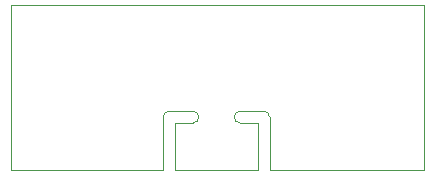
<source format=gbr>
%TF.GenerationSoftware,KiCad,Pcbnew,(5.99.0-12717-g57c7d663b0)*%
%TF.CreationDate,2021-10-08T11:24:07+02:00*%
%TF.ProjectId,capacitance_meter,63617061-6369-4746-916e-63655f6d6574,rev?*%
%TF.SameCoordinates,Original*%
%TF.FileFunction,Profile,NP*%
%FSLAX46Y46*%
G04 Gerber Fmt 4.6, Leading zero omitted, Abs format (unit mm)*
G04 Created by KiCad (PCBNEW (5.99.0-12717-g57c7d663b0)) date 2021-10-08 11:24:07*
%MOMM*%
%LPD*%
G01*
G04 APERTURE LIST*
%TA.AperFunction,Profile*%
%ADD10C,0.100000*%
%TD*%
G04 APERTURE END LIST*
D10*
X158499998Y-122499998D02*
G75*
G03*
X158000000Y-122000000I-499998J0D01*
G01*
X149999999Y-122000001D02*
G75*
G03*
X149500001Y-122499999I0J-499998D01*
G01*
X156000000Y-122000000D02*
G75*
G03*
X156000000Y-123000000I0J-500000D01*
G01*
X152000000Y-122000000D02*
G75*
G02*
X152000000Y-123000000I0J-500000D01*
G01*
X158500000Y-127000000D02*
X171600000Y-127000000D01*
X158500000Y-122500000D02*
X158500000Y-127000000D01*
X156000000Y-122000000D02*
X158000000Y-122000000D01*
X157500000Y-123000000D02*
X156000000Y-123000000D01*
X157500000Y-127000000D02*
X157500000Y-123000000D01*
X150500000Y-127000000D02*
X157500000Y-127000000D01*
X150500000Y-123000000D02*
X150500000Y-127000000D01*
X152000000Y-123000000D02*
X150500000Y-123000000D01*
X150000000Y-122000000D02*
X152000000Y-122000000D01*
X149500000Y-127000000D02*
X149500000Y-122500000D01*
X136600000Y-127000000D02*
X136600000Y-113000000D01*
X149500000Y-127000000D02*
X136600000Y-127000000D01*
X171600000Y-127000000D02*
X171600000Y-113000000D01*
X136600000Y-113000000D02*
X171600000Y-113000000D01*
M02*

</source>
